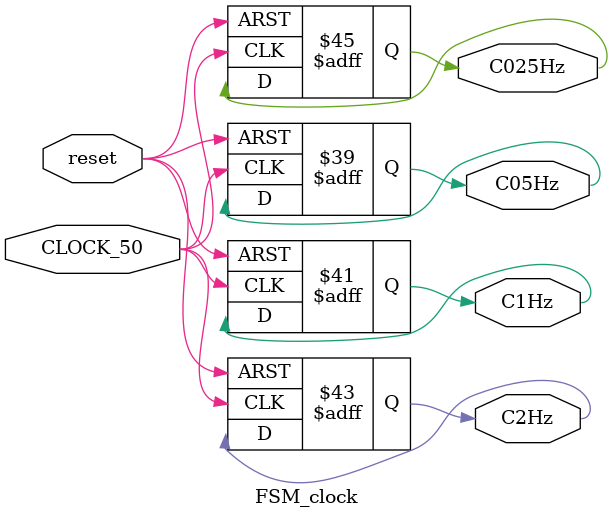
<source format=v>
module FSM_clock(
	reset,
	CLOCK_50,
	C025Hz,
	C05Hz,
	C1Hz,
	C2Hz
);

input wire reset,  CLOCK_50;
output reg C025Hz, C05Hz, C1Hz, C2Hz;
 
reg [27:0] r_C025Hz; reg [27:0] r_C05Hz; 
reg [27:0] r_C2Hz;  reg [27:0] r_C1Hz; 

//50*10^6 / 2*25 = 1.000.000
//C025Hz
always @(posedge CLOCK_50 or posedge reset)
begin
	if(reset == 1'b1)
	begin
		C025Hz <= 1'b0;
		r_C025Hz <= 28'h0000000;
	end
	else 
	begin
		r_C025Hz <= r_C025Hz + 1;
		if (C025Hz == 28'h000F423F)
		begin
			r_C025Hz <= 28'h0000000;
			C025Hz =~ r_C025Hz;
		end
	end
end

//50*10^6 / 2*2 = 12.500.000
//C2Hz
always @(posedge CLOCK_50 or posedge reset)
begin
	if(reset == 1'b1)
	begin
		C2Hz <= 1'b0;
		r_C2Hz <= 28'h0000000;
	end
	else 
	begin
		r_C2Hz <= r_C2Hz + 1;
		if (C2Hz == 28'h0BEBC1F)
		begin
			r_C2Hz <= 28'h0000000;
			C2Hz <= ~r_C2Hz;
		end
	end
end

//50*10^6 / 2*1 = 25.000.000
//C1Hz
always @(posedge CLOCK_50 or posedge reset)
begin
	if(reset == 1'b1)
	begin
		C1Hz <= 1'b0;
		r_C1Hz <= 28'h0000000;
	end
	else 
	begin
		r_C1Hz <= r_C1Hz + 1;
		if (C1Hz == 28'h017D783F)
		begin
			r_C1Hz <= 28'h0000000;
			C1Hz <= ~r_C1Hz;
		end
	end
end

//50*10^6 / 2*5 = 5.000.000
//C05Hz
always @(posedge CLOCK_50 or posedge reset)
begin
	if(reset == 1'b1)
	begin
		C05Hz <= 1'b0;
		r_C05Hz <= 28'h0000000;
	end
	else 
	begin
		r_C05Hz <= r_C05Hz + 1;
		if (C05Hz == 28'h000F423F)
		begin
			r_C05Hz <= 28'h0000000;
			C05Hz <= ~r_C05Hz;
		end
	end
end

endmodule
</source>
